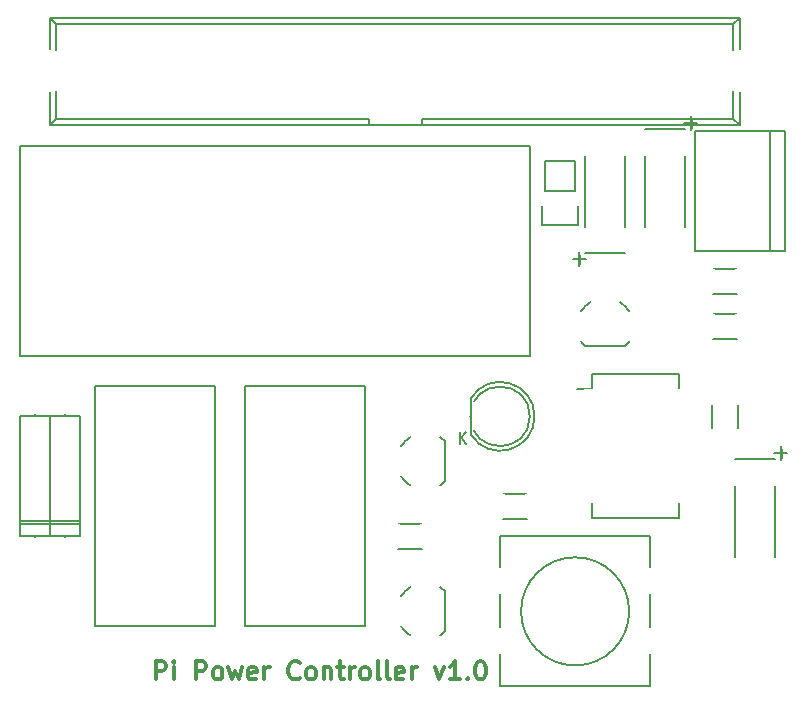
<source format=gbr>
G04 #@! TF.FileFunction,Legend,Top*
%FSLAX46Y46*%
G04 Gerber Fmt 4.6, Leading zero omitted, Abs format (unit mm)*
G04 Created by KiCad (PCBNEW 4.0.4+e1-6308~48~ubuntu16.04.1-stable) date Fri Sep  9 22:58:31 2016*
%MOMM*%
%LPD*%
G01*
G04 APERTURE LIST*
%ADD10C,0.100000*%
%ADD11C,0.300000*%
%ADD12C,0.150000*%
%ADD13R,2.127200X2.127200*%
%ADD14O,2.127200X2.127200*%
%ADD15C,3.600000*%
%ADD16C,2.400000*%
%ADD17R,2.300000X2.400000*%
%ADD18C,2.300000*%
%ADD19C,2.178000*%
%ADD20R,2.178000X2.178000*%
%ADD21O,2.700000X2.000000*%
%ADD22R,2.432000X2.432000*%
%ADD23O,2.432000X2.432000*%
%ADD24R,2.940000X2.940000*%
%ADD25C,2.940000*%
%ADD26O,3.399740X2.398980*%
%ADD27O,2.398980X3.399740*%
%ADD28O,3.448000X2.127200*%
%ADD29R,2.200860X3.900120*%
%ADD30R,2.100000X2.400000*%
%ADD31R,2.400000X2.100000*%
%ADD32C,1.085800*%
G04 APERTURE END LIST*
D10*
D11*
X50836285Y-95939429D02*
X50836285Y-94415429D01*
X51416857Y-94415429D01*
X51561999Y-94488000D01*
X51634571Y-94560571D01*
X51707142Y-94705714D01*
X51707142Y-94923429D01*
X51634571Y-95068571D01*
X51561999Y-95141143D01*
X51416857Y-95213714D01*
X50836285Y-95213714D01*
X52360285Y-95939429D02*
X52360285Y-94923429D01*
X52360285Y-94415429D02*
X52287714Y-94488000D01*
X52360285Y-94560571D01*
X52432857Y-94488000D01*
X52360285Y-94415429D01*
X52360285Y-94560571D01*
X54247142Y-95939429D02*
X54247142Y-94415429D01*
X54827714Y-94415429D01*
X54972856Y-94488000D01*
X55045428Y-94560571D01*
X55117999Y-94705714D01*
X55117999Y-94923429D01*
X55045428Y-95068571D01*
X54972856Y-95141143D01*
X54827714Y-95213714D01*
X54247142Y-95213714D01*
X55988856Y-95939429D02*
X55843714Y-95866857D01*
X55771142Y-95794286D01*
X55698571Y-95649143D01*
X55698571Y-95213714D01*
X55771142Y-95068571D01*
X55843714Y-94996000D01*
X55988856Y-94923429D01*
X56206571Y-94923429D01*
X56351714Y-94996000D01*
X56424285Y-95068571D01*
X56496856Y-95213714D01*
X56496856Y-95649143D01*
X56424285Y-95794286D01*
X56351714Y-95866857D01*
X56206571Y-95939429D01*
X55988856Y-95939429D01*
X57004856Y-94923429D02*
X57295142Y-95939429D01*
X57585428Y-95213714D01*
X57875713Y-95939429D01*
X58165999Y-94923429D01*
X59327142Y-95866857D02*
X59181999Y-95939429D01*
X58891713Y-95939429D01*
X58746570Y-95866857D01*
X58673999Y-95721714D01*
X58673999Y-95141143D01*
X58746570Y-94996000D01*
X58891713Y-94923429D01*
X59181999Y-94923429D01*
X59327142Y-94996000D01*
X59399713Y-95141143D01*
X59399713Y-95286286D01*
X58673999Y-95431429D01*
X60052856Y-95939429D02*
X60052856Y-94923429D01*
X60052856Y-95213714D02*
X60125428Y-95068571D01*
X60197999Y-94996000D01*
X60343142Y-94923429D01*
X60488285Y-94923429D01*
X63028285Y-95794286D02*
X62955714Y-95866857D01*
X62738000Y-95939429D01*
X62592857Y-95939429D01*
X62375142Y-95866857D01*
X62230000Y-95721714D01*
X62157428Y-95576571D01*
X62084857Y-95286286D01*
X62084857Y-95068571D01*
X62157428Y-94778286D01*
X62230000Y-94633143D01*
X62375142Y-94488000D01*
X62592857Y-94415429D01*
X62738000Y-94415429D01*
X62955714Y-94488000D01*
X63028285Y-94560571D01*
X63899142Y-95939429D02*
X63754000Y-95866857D01*
X63681428Y-95794286D01*
X63608857Y-95649143D01*
X63608857Y-95213714D01*
X63681428Y-95068571D01*
X63754000Y-94996000D01*
X63899142Y-94923429D01*
X64116857Y-94923429D01*
X64262000Y-94996000D01*
X64334571Y-95068571D01*
X64407142Y-95213714D01*
X64407142Y-95649143D01*
X64334571Y-95794286D01*
X64262000Y-95866857D01*
X64116857Y-95939429D01*
X63899142Y-95939429D01*
X65060285Y-94923429D02*
X65060285Y-95939429D01*
X65060285Y-95068571D02*
X65132857Y-94996000D01*
X65277999Y-94923429D01*
X65495714Y-94923429D01*
X65640857Y-94996000D01*
X65713428Y-95141143D01*
X65713428Y-95939429D01*
X66221428Y-94923429D02*
X66801999Y-94923429D01*
X66439142Y-94415429D02*
X66439142Y-95721714D01*
X66511714Y-95866857D01*
X66656856Y-95939429D01*
X66801999Y-95939429D01*
X67309999Y-95939429D02*
X67309999Y-94923429D01*
X67309999Y-95213714D02*
X67382571Y-95068571D01*
X67455142Y-94996000D01*
X67600285Y-94923429D01*
X67745428Y-94923429D01*
X68471142Y-95939429D02*
X68326000Y-95866857D01*
X68253428Y-95794286D01*
X68180857Y-95649143D01*
X68180857Y-95213714D01*
X68253428Y-95068571D01*
X68326000Y-94996000D01*
X68471142Y-94923429D01*
X68688857Y-94923429D01*
X68834000Y-94996000D01*
X68906571Y-95068571D01*
X68979142Y-95213714D01*
X68979142Y-95649143D01*
X68906571Y-95794286D01*
X68834000Y-95866857D01*
X68688857Y-95939429D01*
X68471142Y-95939429D01*
X69849999Y-95939429D02*
X69704857Y-95866857D01*
X69632285Y-95721714D01*
X69632285Y-94415429D01*
X70648285Y-95939429D02*
X70503143Y-95866857D01*
X70430571Y-95721714D01*
X70430571Y-94415429D01*
X71809429Y-95866857D02*
X71664286Y-95939429D01*
X71374000Y-95939429D01*
X71228857Y-95866857D01*
X71156286Y-95721714D01*
X71156286Y-95141143D01*
X71228857Y-94996000D01*
X71374000Y-94923429D01*
X71664286Y-94923429D01*
X71809429Y-94996000D01*
X71882000Y-95141143D01*
X71882000Y-95286286D01*
X71156286Y-95431429D01*
X72535143Y-95939429D02*
X72535143Y-94923429D01*
X72535143Y-95213714D02*
X72607715Y-95068571D01*
X72680286Y-94996000D01*
X72825429Y-94923429D01*
X72970572Y-94923429D01*
X74494572Y-94923429D02*
X74857429Y-95939429D01*
X75220287Y-94923429D01*
X76599144Y-95939429D02*
X75728287Y-95939429D01*
X76163715Y-95939429D02*
X76163715Y-94415429D01*
X76018572Y-94633143D01*
X75873430Y-94778286D01*
X75728287Y-94850857D01*
X77252287Y-95794286D02*
X77324859Y-95866857D01*
X77252287Y-95939429D01*
X77179716Y-95866857D01*
X77252287Y-95794286D01*
X77252287Y-95939429D01*
X78268287Y-94415429D02*
X78413430Y-94415429D01*
X78558573Y-94488000D01*
X78631144Y-94560571D01*
X78703715Y-94705714D01*
X78776287Y-94996000D01*
X78776287Y-95358857D01*
X78703715Y-95649143D01*
X78631144Y-95794286D01*
X78558573Y-95866857D01*
X78413430Y-95939429D01*
X78268287Y-95939429D01*
X78123144Y-95866857D01*
X78050573Y-95794286D01*
X77978001Y-95649143D01*
X77905430Y-95358857D01*
X77905430Y-94996000D01*
X77978001Y-94705714D01*
X78050573Y-94560571D01*
X78123144Y-94488000D01*
X78268287Y-94415429D01*
D12*
X41910000Y-39900000D02*
X100330000Y-39900000D01*
X42450000Y-40450000D02*
X99770000Y-40450000D01*
X41910000Y-49000000D02*
X100330000Y-49000000D01*
X42450000Y-48450000D02*
X68870000Y-48450000D01*
X73370000Y-48450000D02*
X99770000Y-48450000D01*
X68870000Y-48450000D02*
X68870000Y-49000000D01*
X73370000Y-48450000D02*
X73370000Y-49000000D01*
X41910000Y-39900000D02*
X41910000Y-49000000D01*
X42450000Y-40450000D02*
X42450000Y-48450000D01*
X100330000Y-39900000D02*
X100330000Y-49000000D01*
X99770000Y-40450000D02*
X99770000Y-48450000D01*
X41910000Y-39900000D02*
X42450000Y-40450000D01*
X100330000Y-39900000D02*
X99770000Y-40450000D01*
X41910000Y-49000000D02*
X42450000Y-48450000D01*
X100330000Y-49000000D02*
X99770000Y-48450000D01*
X39370000Y-68580000D02*
X39370000Y-50800000D01*
X39370000Y-50800000D02*
X82550000Y-50800000D01*
X82550000Y-50800000D02*
X82550000Y-68580000D01*
X82550000Y-68580000D02*
X39370000Y-68580000D01*
X77525112Y-75184904D02*
G75*
G03X77510000Y-72160000I2484888J1524904D01*
G01*
X77510000Y-75160000D02*
X77510000Y-72160000D01*
X82527936Y-73660000D02*
G75*
G03X82527936Y-73660000I-2517936J0D01*
G01*
X40640000Y-85090000D02*
X40640000Y-83820000D01*
X40640000Y-83820000D02*
X41910000Y-83820000D01*
X41910000Y-83820000D02*
X41910000Y-73660000D01*
X41910000Y-73660000D02*
X40640000Y-73660000D01*
X40640000Y-73660000D02*
X40640000Y-72390000D01*
X40640000Y-73660000D02*
X39370000Y-73660000D01*
X39370000Y-73660000D02*
X39370000Y-83820000D01*
X39370000Y-83820000D02*
X40640000Y-83820000D01*
X41910000Y-82550000D02*
X39370000Y-82550000D01*
X41910000Y-82804000D02*
X39370000Y-82804000D01*
X43180000Y-85090000D02*
X43180000Y-83820000D01*
X43180000Y-83820000D02*
X44450000Y-83820000D01*
X44450000Y-83820000D02*
X44450000Y-73660000D01*
X44450000Y-73660000D02*
X43180000Y-73660000D01*
X43180000Y-73660000D02*
X43180000Y-72390000D01*
X43180000Y-73660000D02*
X41910000Y-73660000D01*
X41910000Y-73660000D02*
X41910000Y-83820000D01*
X41910000Y-83820000D02*
X43180000Y-83820000D01*
X44450000Y-82550000D02*
X41910000Y-82550000D01*
X44450000Y-82804000D02*
X41910000Y-82804000D01*
X87765000Y-70095000D02*
X87765000Y-71365000D01*
X95115000Y-70095000D02*
X95115000Y-71365000D01*
X95115000Y-82305000D02*
X95115000Y-81035000D01*
X87765000Y-82305000D02*
X87765000Y-81035000D01*
X87765000Y-70095000D02*
X95115000Y-70095000D01*
X87765000Y-82305000D02*
X95115000Y-82305000D01*
X87765000Y-71365000D02*
X86480000Y-71365000D01*
X83820000Y-54610000D02*
X83820000Y-52070000D01*
X83540000Y-57430000D02*
X83540000Y-55880000D01*
X83820000Y-54610000D02*
X86360000Y-54610000D01*
X86640000Y-55880000D02*
X86640000Y-57430000D01*
X86640000Y-57430000D02*
X83540000Y-57430000D01*
X86360000Y-54610000D02*
X86360000Y-52070000D01*
X86360000Y-52070000D02*
X83820000Y-52070000D01*
X102870000Y-49530000D02*
X102870000Y-59690000D01*
X104140000Y-49530000D02*
X96520000Y-49530000D01*
X96520000Y-49530000D02*
X96520000Y-59690000D01*
X96520000Y-59690000D02*
X104140000Y-59690000D01*
X104140000Y-59690000D02*
X104140000Y-49530000D01*
X71610000Y-91419999D02*
G75*
G03X72410000Y-92220000I2050000J1249999D01*
G01*
X71610000Y-88920001D02*
G75*
G02X72410000Y-88120000I2050000J-1249999D01*
G01*
X74934203Y-92208726D02*
G75*
G03X75360000Y-91870000I-1274203J2038726D01*
G01*
X74934203Y-88131274D02*
G75*
G02X75360000Y-88470000I-1274203J-2038726D01*
G01*
X75360000Y-91870000D02*
X75360000Y-88470000D01*
X71610000Y-78719999D02*
G75*
G03X72410000Y-79520000I2050000J1249999D01*
G01*
X71610000Y-76220001D02*
G75*
G02X72410000Y-75420000I2050000J-1249999D01*
G01*
X74934203Y-79508726D02*
G75*
G03X75360000Y-79170000I-1274203J2038726D01*
G01*
X74934203Y-75431274D02*
G75*
G02X75360000Y-75770000I-1274203J-2038726D01*
G01*
X75360000Y-79170000D02*
X75360000Y-75770000D01*
X55880000Y-71120000D02*
X55880000Y-91440000D01*
X55880000Y-91440000D02*
X45720000Y-91440000D01*
X45720000Y-91440000D02*
X45720000Y-71120000D01*
X45720000Y-71120000D02*
X55880000Y-71120000D01*
X68580000Y-71120000D02*
X68580000Y-91440000D01*
X68580000Y-91440000D02*
X58420000Y-91440000D01*
X58420000Y-91440000D02*
X58420000Y-71120000D01*
X58420000Y-71120000D02*
X68580000Y-71120000D01*
X90939050Y-90170000D02*
G75*
G03X90939050Y-90170000I-4579050J0D01*
G01*
X80010000Y-83820000D02*
X92710000Y-83820000D01*
X92710000Y-83820000D02*
X92710000Y-96520000D01*
X92710000Y-96520000D02*
X80010000Y-96520000D01*
X80010000Y-96520000D02*
X80010000Y-83820000D01*
X87650001Y-63990000D02*
G75*
G03X86850000Y-64790000I1249999J-2050000D01*
G01*
X90149999Y-63990000D02*
G75*
G02X90950000Y-64790000I-1249999J-2050000D01*
G01*
X86861274Y-67314203D02*
G75*
G03X87200000Y-67740000I2038726J1274203D01*
G01*
X90938726Y-67314203D02*
G75*
G02X90600000Y-67740000I-2038726J1274203D01*
G01*
X87200000Y-67740000D02*
X90600000Y-67740000D01*
X103299260Y-77299820D02*
X99900740Y-77299820D01*
X99900740Y-85549740D02*
X99900740Y-79550260D01*
X103299260Y-85549740D02*
X103299260Y-79550260D01*
X104302560Y-76796900D02*
X103202740Y-76796900D01*
X103802180Y-76197460D02*
X103802180Y-77396340D01*
X95679260Y-49359820D02*
X92280740Y-49359820D01*
X92280740Y-57609740D02*
X92280740Y-51610260D01*
X95679260Y-57609740D02*
X95679260Y-51610260D01*
X96682560Y-48856900D02*
X95582740Y-48856900D01*
X96182180Y-48257460D02*
X96182180Y-49456340D01*
X87200740Y-59860180D02*
X90599260Y-59860180D01*
X90599260Y-51610260D02*
X90599260Y-57609740D01*
X87200740Y-51610260D02*
X87200740Y-57609740D01*
X86197440Y-60363100D02*
X87297260Y-60363100D01*
X86697820Y-60962540D02*
X86697820Y-59763660D01*
X100135000Y-72660000D02*
X100135000Y-74660000D01*
X97985000Y-74660000D02*
X97985000Y-72660000D01*
X100060000Y-63305000D02*
X98060000Y-63305000D01*
X98060000Y-61155000D02*
X100060000Y-61155000D01*
X98060000Y-64965000D02*
X100060000Y-64965000D01*
X100060000Y-67115000D02*
X98060000Y-67115000D01*
X71390000Y-82745000D02*
X73390000Y-82745000D01*
X73390000Y-84895000D02*
X71390000Y-84895000D01*
X82280000Y-82355000D02*
X80280000Y-82355000D01*
X80280000Y-80205000D02*
X82280000Y-80205000D01*
X76573095Y-76017381D02*
X76573095Y-75017381D01*
X77144524Y-76017381D02*
X76715952Y-75445952D01*
X77144524Y-75017381D02*
X76573095Y-75588810D01*
X103871069Y-77180392D02*
X103871069Y-76418487D01*
X104252021Y-76799439D02*
X103490116Y-76799439D01*
X96251069Y-49240392D02*
X96251069Y-48478487D01*
X96632021Y-48859439D02*
X95870116Y-48859439D01*
X86771789Y-60741512D02*
X86771789Y-59979607D01*
X87152741Y-60360559D02*
X86390836Y-60360559D01*
%LPC*%
D13*
X46990000Y-45720000D03*
D14*
X46990000Y-43180000D03*
X49530000Y-45720000D03*
X49530000Y-43180000D03*
X52070000Y-45720000D03*
X52070000Y-43180000D03*
X54610000Y-45720000D03*
X54610000Y-43180000D03*
X57150000Y-45720000D03*
X57150000Y-43180000D03*
X59690000Y-45720000D03*
X59690000Y-43180000D03*
X62230000Y-45720000D03*
X62230000Y-43180000D03*
X64770000Y-45720000D03*
X64770000Y-43180000D03*
X67310000Y-45720000D03*
X67310000Y-43180000D03*
X69850000Y-45720000D03*
X69850000Y-43180000D03*
X72390000Y-45720000D03*
X72390000Y-43180000D03*
X74930000Y-45720000D03*
X74930000Y-43180000D03*
X77470000Y-45720000D03*
X77470000Y-43180000D03*
X80010000Y-45720000D03*
X80010000Y-43180000D03*
X82550000Y-45720000D03*
X82550000Y-43180000D03*
X85090000Y-45720000D03*
X85090000Y-43180000D03*
X87630000Y-45720000D03*
X87630000Y-43180000D03*
X90170000Y-45720000D03*
X90170000Y-43180000D03*
X92710000Y-45720000D03*
X92710000Y-43180000D03*
X95250000Y-45720000D03*
X95250000Y-43180000D03*
D15*
X41910000Y-44450000D03*
D16*
X40640000Y-67310000D03*
X81280000Y-67310000D03*
X40640000Y-52070000D03*
X81280000Y-52070000D03*
D17*
X78740000Y-73660000D03*
D18*
X81280000Y-73660000D03*
D19*
X40640000Y-72390000D03*
D20*
X40640000Y-85090000D03*
D19*
X43180000Y-72390000D03*
D20*
X43180000Y-85090000D03*
D21*
X87630000Y-72390000D03*
X87630000Y-74930000D03*
X87630000Y-77470000D03*
X87630000Y-80010000D03*
X95250000Y-80010000D03*
X95250000Y-77470000D03*
X95250000Y-74930000D03*
X95250000Y-72390000D03*
D22*
X85090000Y-55880000D03*
D23*
X85090000Y-53340000D03*
D24*
X100330000Y-57150000D03*
D25*
X100330000Y-52070000D03*
D26*
X71120000Y-90170000D03*
D27*
X73660000Y-92710000D03*
X73660000Y-87630000D03*
D26*
X71120000Y-77470000D03*
D27*
X73660000Y-80010000D03*
X73660000Y-74930000D03*
D16*
X54610000Y-72390000D03*
X54610000Y-77470000D03*
X54610000Y-82550000D03*
X46990000Y-72390000D03*
X46990000Y-77470000D03*
X46990000Y-82550000D03*
X46990000Y-90170000D03*
X54610000Y-90170000D03*
X67310000Y-72390000D03*
X67310000Y-77470000D03*
X67310000Y-82550000D03*
X59690000Y-72390000D03*
X59690000Y-77470000D03*
X59690000Y-82550000D03*
X59690000Y-90170000D03*
X67310000Y-90170000D03*
D28*
X92710000Y-87630000D03*
X92710000Y-92710000D03*
X80010000Y-87630000D03*
X80010000Y-92710000D03*
D27*
X88900000Y-63500000D03*
D26*
X86360000Y-66040000D03*
X91440000Y-66040000D03*
D29*
X101600000Y-85549740D03*
X101600000Y-79550260D03*
X93980000Y-57609740D03*
X93980000Y-51610260D03*
X88900000Y-51610260D03*
X88900000Y-57609740D03*
D30*
X99060000Y-75660000D03*
X99060000Y-71660000D03*
D31*
X97060000Y-62230000D03*
X101060000Y-62230000D03*
X101060000Y-66040000D03*
X97060000Y-66040000D03*
X74390000Y-83820000D03*
X70390000Y-83820000D03*
X79280000Y-81280000D03*
X83280000Y-81280000D03*
D15*
X100330000Y-44450000D03*
X41910000Y-93345000D03*
X100330000Y-93345000D03*
D32*
X93980000Y-66040000D03*
X91440000Y-54610000D03*
X86360000Y-58420000D03*
X49530000Y-90170000D03*
X48260000Y-80010000D03*
X62230000Y-74930000D03*
X48260000Y-74930000D03*
X67310000Y-58420000D03*
X67310000Y-69850000D03*
M02*

</source>
